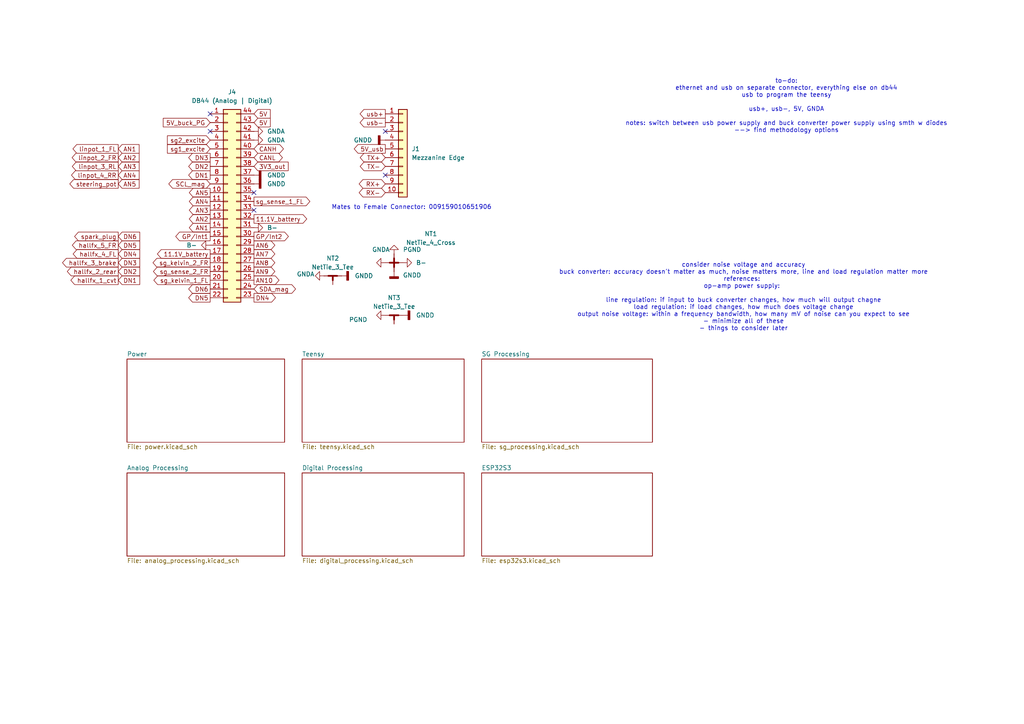
<source format=kicad_sch>
(kicad_sch (version 20250114) (generator "eeschema") (generator_version "9.0")
  (paper "A4")
  (lib_symbols
    (symbol "Connector_Generic:Conn_01x10" (pin_names (offset 1.016) (hide yes))
      (property "Reference" "J" (at 0 12.7 0))
      (property "Value" "Conn_01x10" (at 0 -15.24 0))
      (symbol "Conn_01x10_1_1"
        (rectangle (start -1.27 11.43) (end 1.27 -13.97) (stroke (width 0.254)) (fill (type background)))
        (rectangle (start -1.27 10.287) (end 0 10.033) (stroke (width 0.1524)))
        (rectangle (start -1.27 7.747) (end 0 7.493) (stroke (width 0.1524)))
        (rectangle (start -1.27 5.207) (end 0 4.953) (stroke (width 0.1524)))
        (rectangle (start -1.27 2.667) (end 0 2.413) (stroke (width 0.1524)))
        (rectangle (start -1.27 0.127) (end 0 -0.127) (stroke (width 0.1524)))
        (rectangle (start -1.27 -2.413) (end 0 -2.667) (stroke (width 0.1524)))
        (rectangle (start -1.27 -4.953) (end 0 -5.207) (stroke (width 0.1524)))
        (rectangle (start -1.27 -7.493) (end 0 -7.747) (stroke (width 0.1524)))
        (rectangle (start -1.27 -10.033) (end 0 -10.287) (stroke (width 0.1524)))
        (rectangle (start -1.27 -12.573) (end 0 -12.827) (stroke (width 0.1524)))
        (pin passive line (at -5.08 10.16 0) (length 3.81) (name "Pin_1") (number "1"))
        (pin passive line (at -5.08 7.62 0) (length 3.81) (name "Pin_2") (number "2"))
        (pin passive line (at -5.08 5.08 0) (length 3.81) (name "Pin_3") (number "3"))
        (pin passive line (at -5.08 2.54 0) (length 3.81) (name "Pin_4") (number "4"))
        (pin passive line (at -5.08 0 0) (length 3.81) (name "Pin_5") (number "5"))
        (pin passive line (at -5.08 -2.54 0) (length 3.81) (name "Pin_6") (number "6"))
        (pin passive line (at -5.08 -5.08 0) (length 3.81) (name "Pin_7") (number "7"))
        (pin passive line (at -5.08 -7.62 0) (length 3.81) (name "Pin_8") (number "8"))
        (pin passive line (at -5.08 -10.16 0) (length 3.81) (name "Pin_9") (number "9"))
        (pin passive line (at -5.08 -12.7 0) (length 3.81) (name "Pin_10") (number "10"))
      )
    )
    (symbol "Connector_Generic:Conn_02x22_Counter_Clockwise" (pin_names (offset 1.016) (hide yes))
      (property "Reference" "J" (at 1.27 27.94 0))
      (property "Value" "Conn_02x22_Counter_Clockwise" (at 1.27 -30.48 0))
      (symbol "Conn_02x22_Counter_Clockwise_1_1"
        (rectangle (start -1.27 26.67) (end 3.81 -29.21) (stroke (width 0.254)) (fill (type background)))
        (rectangle (start -1.27 25.527) (end 0 25.273) (stroke (width 0.1524)))
        (rectangle (start -1.27 22.987) (end 0 22.733) (stroke (width 0.1524)))
        (rectangle (start -1.27 20.447) (end 0 20.193) (stroke (width 0.1524)))
        (rectangle (start -1.27 17.907) (end 0 17.653) (stroke (width 0.1524)))
        (rectangle (start -1.27 15.367) (end 0 15.113) (stroke (width 0.1524)))
        (rectangle (start -1.27 12.827) (end 0 12.573) (stroke (width 0.1524)))
        (rectangle (start -1.27 10.287) (end 0 10.033) (stroke (width 0.1524)))
        (rectangle (start -1.27 7.747) (end 0 7.493) (stroke (width 0.1524)))
        (rectangle (start -1.27 5.207) (end 0 4.953) (stroke (width 0.1524)))
        (rectangle (start -1.27 2.667) (end 0 2.413) (stroke (width 0.1524)))
        (rectangle (start -1.27 0.127) (end 0 -0.127) (stroke (width 0.1524)))
        (rectangle (start -1.27 -2.413) (end 0 -2.667) (stroke (width 0.1524)))
        (rectangle (start -1.27 -4.953) (end 0 -5.207) (stroke (width 0.1524)))
        (rectangle (start -1.27 -7.493) (end 0 -7.747) (stroke (width 0.1524)))
        (rectangle (start -1.27 -10.033) (end 0 -10.287) (stroke (width 0.1524)))
        (rectangle (start -1.27 -12.573) (end 0 -12.827) (stroke (width 0.1524)))
        (rectangle (start -1.27 -15.113) (end 0 -15.367) (stroke (width 0.1524)))
        (rectangle (start -1.27 -17.653) (end 0 -17.907) (stroke (width 0.1524)))
        (rectangle (start -1.27 -20.193) (end 0 -20.447) (stroke (width 0.1524)))
        (rectangle (start -1.27 -22.733) (end 0 -22.987) (stroke (width 0.1524)))
        (rectangle (start -1.27 -25.273) (end 0 -25.527) (stroke (width 0.1524)))
        (rectangle (start -1.27 -27.813) (end 0 -28.067) (stroke (width 0.1524)))
        (rectangle (start 3.81 25.527) (end 2.54 25.273) (stroke (width 0.1524)))
        (rectangle (start 3.81 22.987) (end 2.54 22.733) (stroke (width 0.1524)))
        (rectangle (start 3.81 20.447) (end 2.54 20.193) (stroke (width 0.1524)))
        (rectangle (start 3.81 17.907) (end 2.54 17.653) (stroke (width 0.1524)))
        (rectangle (start 3.81 15.367) (end 2.54 15.113) (stroke (width 0.1524)))
        (rectangle (start 3.81 12.827) (end 2.54 12.573) (stroke (width 0.1524)))
        (rectangle (start 3.81 10.287) (end 2.54 10.033) (stroke (width 0.1524)))
        (rectangle (start 3.81 7.747) (end 2.54 7.493) (stroke (width 0.1524)))
        (rectangle (start 3.81 5.207) (end 2.54 4.953) (stroke (width 0.1524)))
        (rectangle (start 3.81 2.667) (end 2.54 2.413) (stroke (width 0.1524)))
        (rectangle (start 3.81 0.127) (end 2.54 -0.127) (stroke (width 0.1524)))
        (rectangle (start 3.81 -2.413) (end 2.54 -2.667) (stroke (width 0.1524)))
        (rectangle (start 3.81 -4.953) (end 2.54 -5.207) (stroke (width 0.1524)))
        (rectangle (start 3.81 -7.493) (end 2.54 -7.747) (stroke (width 0.1524)))
        (rectangle (start 3.81 -10.033) (end 2.54 -10.287) (stroke (width 0.1524)))
        (rectangle (start 3.81 -12.573) (end 2.54 -12.827) (stroke (width 0.1524)))
        (rectangle (start 3.81 -15.113) (end 2.54 -15.367) (stroke (width 0.1524)))
        (rectangle (start 3.81 -17.653) (end 2.54 -17.907) (stroke (width 0.1524)))
        (rectangle (start 3.81 -20.193) (end 2.54 -20.447) (stroke (width 0.1524)))
        (rectangle (start 3.81 -22.733) (end 2.54 -22.987) (stroke (width 0.1524)))
        (rectangle (start 3.81 -25.273) (end 2.54 -25.527) (stroke (width 0.1524)))
        (rectangle (start 3.81 -27.813) (end 2.54 -28.067) (stroke (width 0.1524)))
        (pin passive line (at -5.08 25.4 0) (length 3.81) (name "Pin_1") (number "1"))
        (pin passive line (at -5.08 22.86 0) (length 3.81) (name "Pin_2") (number "2"))
        (pin passive line (at -5.08 20.32 0) (length 3.81) (name "Pin_3") (number "3"))
        (pin passive line (at -5.08 17.78 0) (length 3.81) (name "Pin_4") (number "4"))
        (pin passive line (at -5.08 15.24 0) (length 3.81) (name "Pin_5") (number "5"))
        (pin passive line (at -5.08 12.7 0) (length 3.81) (name "Pin_6") (number "6"))
        (pin passive line (at -5.08 10.16 0) (length 3.81) (name "Pin_7") (number "7"))
        (pin passive line (at -5.08 7.62 0) (length 3.81) (name "Pin_8") (number "8"))
        (pin passive line (at -5.08 5.08 0) (length 3.81) (name "Pin_9") (number "9"))
        (pin passive line (at -5.08 2.54 0) (length 3.81) (name "Pin_10") (number "10"))
        (pin passive line (at -5.08 0 0) (length 3.81) (name "Pin_11") (number "11"))
        (pin passive line (at -5.08 -2.54 0) (length 3.81) (name "Pin_12") (number "12"))
        (pin passive line (at -5.08 -5.08 0) (length 3.81) (name "Pin_13") (number "13"))
        (pin passive line (at -5.08 -7.62 0) (length 3.81) (name "Pin_14") (number "14"))
        (pin passive line (at -5.08 -10.16 0) (length 3.81) (name "Pin_15") (number "15"))
        (pin passive line (at -5.08 -12.7 0) (length 3.81) (name "Pin_16") (number "16"))
        (pin passive line (at -5.08 -15.24 0) (length 3.81) (name "Pin_17") (number "17"))
        (pin passive line (at -5.08 -17.78 0) (length 3.81) (name "Pin_18") (number "18"))
        (pin passive line (at -5.08 -20.32 0) (length 3.81) (name "Pin_19") (number "19"))
        (pin passive line (at -5.08 -22.86 0) (length 3.81) (name "Pin_20") (number "20"))
        (pin passive line (at -5.08 -25.4 0) (length 3.81) (name "Pin_21") (number "21"))
        (pin passive line (at -5.08 -27.94 0) (length 3.81) (name "Pin_22") (number "22"))
        (pin passive line (at 7.62 25.4 180) (length 3.81) (name "Pin_44") (number "44"))
        (pin passive line (at 7.62 22.86 180) (length 3.81) (name "Pin_43") (number "43"))
        (pin passive line (at 7.62 20.32 180) (length 3.81) (name "Pin_42") (number "42"))
        (pin passive line (at 7.62 17.78 180) (length 3.81) (name "Pin_41") (number "41"))
        (pin passive line (at 7.62 15.24 180) (length 3.81) (name "Pin_40") (number "40"))
        (pin passive line (at 7.62 12.7 180) (length 3.81) (name "Pin_39") (number "39"))
        (pin passive line (at 7.62 10.16 180) (length 3.81) (name "Pin_38") (number "38"))
        (pin passive line (at 7.62 7.62 180) (length 3.81) (name "Pin_37") (number "37"))
        (pin passive line (at 7.62 5.08 180) (length 3.81) (name "Pin_36") (number "36"))
        (pin passive line (at 7.62 2.54 180) (length 3.81) (name "Pin_35") (number "35"))
        (pin passive line (at 7.62 0 180) (length 3.81) (name "Pin_34") (number "34"))
        (pin passive line (at 7.62 -2.54 180) (length 3.81) (name "Pin_33") (number "33"))
        (pin passive line (at 7.62 -5.08 180) (length 3.81) (name "Pin_32") (number "32"))
        (pin passive line (at 7.62 -7.62 180) (length 3.81) (name "Pin_31") (number "31"))
        (pin passive line (at 7.62 -10.16 180) (length 3.81) (name "Pin_30") (number "30"))
        (pin passive line (at 7.62 -12.7 180) (length 3.81) (name "Pin_29") (number "29"))
        (pin passive line (at 7.62 -15.24 180) (length 3.81) (name "Pin_28") (number "28"))
        (pin passive line (at 7.62 -17.78 180) (length 3.81) (name "Pin_27") (number "27"))
        (pin passive line (at 7.62 -20.32 180) (length 3.81) (name "Pin_26") (number "26"))
        (pin passive line (at 7.62 -22.86 180) (length 3.81) (name "Pin_25") (number "25"))
        (pin passive line (at 7.62 -25.4 180) (length 3.81) (name "Pin_24") (number "24"))
        (pin passive line (at 7.62 -27.94 180) (length 3.81) (name "Pin_23") (number "23"))
      )
    )
    (symbol "Device:NetTie_3_Tee" (pin_numbers (hide yes)) (pin_names (offset 0) (hide yes)) (in_bom no)
      (property "Reference" "NT" (at 0 3.175 0))
      (property "Value" "NetTie_3_Tee" (at 0 1.27 0))
      (symbol "NetTie_3_Tee_0_1"
        (polyline (pts (xy -1.27 0) (xy 1.27 0)) (stroke (width 0.254)))
        (polyline (pts (xy -1.27 0) (xy 1.27 0)) (stroke (width 0.508)))
        (polyline (pts (xy 0 -1.27) (xy 0 0)) (stroke (width 0.508)))
        (polyline (pts (xy 0 -2.54) (xy 0 -2.54)) (stroke (width 0.254)))
      )
      (symbol "NetTie_3_Tee_1_1"
        (pin passive line (at -2.54 0 0) (length 2.54) (name "1") (number "1"))
        (pin passive line (at 0 -2.54 90) (length 2.54) (name "3") (number "3"))
        (pin passive line (at 2.54 0 180) (length 2.54) (name "2") (number "2"))
      )
    )
    (symbol "Device:NetTie_4_Cross" (pin_numbers (hide yes)) (pin_names (offset 0) (hide yes)) (in_bom no)
      (property "Reference" "NT" (at 0.635 1.27 0))
      (property "Value" "NetTie_4_Cross" (at 0.635 -1.27 0))
      (symbol "NetTie_4_Cross_0_1"
        (polyline (pts (xy -1.27 0) (xy 1.27 0)) (stroke (width 0.508)))
        (polyline (pts (xy 0 -1.27) (xy 0 1.27)) (stroke (width 0.508)))
      )
      (symbol "NetTie_4_Cross_1_1"
        (pin passive line (at -2.54 0 0) (length 2.54) (name "1") (number "1"))
        (pin passive line (at 0 2.54 270) (length 2.54) (name "3") (number "3"))
        (pin passive line (at 0 -2.54 90) (length 2.54) (name "4") (number "4"))
        (pin passive line (at 2.54 0 180) (length 2.54) (name "2") (number "2"))
      )
    )
    (symbol "power:GNDA" (power) (pin_numbers (hide yes)) (pin_names (offset 0) (hide yes))
      (property "Value" "GNDA" (at 0 -3.81 0))
      (symbol "GNDA_0_1"
        (polyline (pts (xy 0 0) (xy 0 -1.27) (xy 1.27 -1.27) (xy 0 -2.54) (xy -1.27 -1.27) (xy 0 -1.27)))
      )
      (symbol "GNDA_1_1"
        (pin power_in line (at 0 0 270) (length 0) (name "~") (number "1"))
      )
    )
    (symbol "power:GNDD" (power) (pin_numbers (hide yes)) (pin_names (offset 0) (hide yes))
      (property "Value" "GNDD" (at 0 -3.175 0))
      (symbol "GNDD_0_1"
        (rectangle (start -1.27 -1.524) (end 1.27 -2.032) (stroke (width 0.254)) (fill (type outline)))
        (polyline (pts (xy 0 0) (xy 0 -1.524)))
      )
      (symbol "GNDD_1_1"
        (pin power_in line (at 0 0 270) (length 0) (name "~") (number "1"))
      )
    )
  )
  (text "consider noise voltage and accuracy\nbuck converter: accuracy doesn't matter as much, noise matters more, line and load regulation matter more\nreferences: \nop-amp power supply: \n\nline regulation: if input to buck converter changes, how much will output chagne\nload regulation: if load changes, how much does voltage change\noutput noise voltage: within a frequency bandwidth, how many mV of noise can you expect to see\n- minimize all of these\n- things to consider later" (at 215.646 76.2 0) (effects (font (size 1.27 1.27)) (justify top)))
  (text "to-do:\nethernet and usb on separate connector, everything else on db44\nusb to program the teensy\n\nusb+, usb-, 5V, GNDA\n\nnotes: switch between usb power supply and buck converter power supply using smth w diodes\n--> find methodology options" (at 228.092 30.734 0) (effects (font (size 1.27 1.27))))
  (text "Mates to Female Connector: 009159010651906" (at 119.38 60.198 0) (effects (font (size 1.27 1.27))))
  (no_connect (at 60.96 33.02))
  (no_connect (at 73.66 60.96))
  (no_connect (at 111.76 38.1))
  (no_connect (at 73.66 55.88))
  (no_connect (at 111.76 50.8))
  (no_connect (at 60.96 38.1))
  (global_label "AN7" (shape output) (at 73.66 73.66 0) (property "Intersheetrefs" "${INTERSHEET_REFS}" (effects (hide yes))))
  (global_label "linpot_1_FL" (shape output) (at 34.29 43.18 180) (property "Intersheetrefs" "${INTERSHEET_REFS}" (effects (hide yes))))
  (global_label "AN2" (shape output) (at 60.96 63.5 180) (property "Intersheetrefs" "${INTERSHEET_REFS}" (effects (hide yes))))
  (global_label "sg_kelvin_1_FL" (shape output) (at 60.96 81.28 180) (property "Intersheetrefs" "${INTERSHEET_REFS}" (effects (hide yes))))
  (global_label "CANH" (shape bidirectional) (at 73.66 43.18 0) (property "Intersheetrefs" "${INTERSHEET_REFS}" (effects (hide yes))))
  (global_label "CANL" (shape bidirectional) (at 73.66 45.72 0) (property "Intersheetrefs" "${INTERSHEET_REFS}" (effects (hide yes))))
  (global_label "GP{slash}Int1" (shape output) (at 60.96 68.58 180) (property "Intersheetrefs" "${INTERSHEET_REFS}" (effects (hide yes))))
  (global_label "3V3_out" (shape input) (at 73.66 48.26 0) (property "Intersheetrefs" "${INTERSHEET_REFS}" (effects (hide yes))))
  (global_label "RX-" (shape bidirectional) (at 111.76 55.88 180) (property "Intersheetrefs" "${INTERSHEET_REFS}" (effects (hide yes))))
  (global_label "hallfx_3_brake" (shape output) (at 34.29 76.2 180) (property "Intersheetrefs" "${INTERSHEET_REFS}" (effects (hide yes))))
  (global_label "sg_sense_2_FR" (shape output) (at 60.96 78.74 180) (property "Intersheetrefs" "${INTERSHEET_REFS}" (effects (hide yes))))
  (global_label "spark_plug" (shape output) (at 34.29 68.58 180) (property "Intersheetrefs" "${INTERSHEET_REFS}" (effects (hide yes))))
  (global_label "AN6" (shape output) (at 73.66 71.12 0) (property "Intersheetrefs" "${INTERSHEET_REFS}" (effects (hide yes))))
  (global_label "DN1" (shape output) (at 60.96 50.8 180) (property "Intersheetrefs" "${INTERSHEET_REFS}" (effects (hide yes))))
  (global_label "DN3" (shape output) (at 60.96 45.72 180) (property "Intersheetrefs" "${INTERSHEET_REFS}" (effects (hide yes))))
  (global_label "RX+" (shape bidirectional) (at 111.76 53.34 180) (property "Intersheetrefs" "${INTERSHEET_REFS}" (effects (hide yes))))
  (global_label "linpot_2_FR" (shape output) (at 34.29 45.72 180) (property "Intersheetrefs" "${INTERSHEET_REFS}" (effects (hide yes))))
  (global_label "SDA_mag" (shape bidirectional) (at 73.66 83.82 0) (property "Intersheetrefs" "${INTERSHEET_REFS}" (effects (hide yes))))
  (global_label "5V_usb" (shape output) (at 111.76 43.18 180) (property "Intersheetrefs" "${INTERSHEET_REFS}" (effects (hide yes))))
  (global_label "AN3" (shape input) (at 34.29 48.26 0) (property "Intersheetrefs" "${INTERSHEET_REFS}" (effects (hide yes))))
  (global_label "DN4" (shape input) (at 34.29 73.66 0) (property "Intersheetrefs" "${INTERSHEET_REFS}" (effects (hide yes))))
  (global_label "AN4" (shape input) (at 34.29 50.8 0) (property "Intersheetrefs" "${INTERSHEET_REFS}" (effects (hide yes))))
  (global_label "11.1V_battery" (shape output) (at 73.66 63.5 0) (property "Intersheetrefs" "${INTERSHEET_REFS}" (effects (hide yes))))
  (global_label "DN4" (shape output) (at 73.66 86.36 0) (property "Intersheetrefs" "${INTERSHEET_REFS}" (effects (hide yes))))
  (global_label "DN5" (shape input) (at 34.29 71.12 0) (property "Intersheetrefs" "${INTERSHEET_REFS}" (effects (hide yes))))
  (global_label "DN3" (shape input) (at 34.29 76.2 0) (property "Intersheetrefs" "${INTERSHEET_REFS}" (effects (hide yes))))
  (global_label "usb+" (shape output) (at 111.76 33.02 180) (property "Intersheetrefs" "${INTERSHEET_REFS}" (effects (hide yes))))
  (global_label "DN5" (shape output) (at 60.96 86.36 180) (property "Intersheetrefs" "${INTERSHEET_REFS}" (effects (hide yes))))
  (global_label "linpot_4_RR" (shape output) (at 34.29 50.8 180) (property "Intersheetrefs" "${INTERSHEET_REFS}" (effects (hide yes))))
  (global_label "AN1" (shape input) (at 34.29 43.18 0) (property "Intersheetrefs" "${INTERSHEET_REFS}" (effects (hide yes))))
  (global_label "TX+" (shape bidirectional) (at 111.76 45.72 180) (property "Intersheetrefs" "${INTERSHEET_REFS}" (effects (hide yes))))
  (global_label "5V_buck_PG" (shape input) (at 60.96 35.56 180) (property "Intersheetrefs" "${INTERSHEET_REFS}" (effects (hide yes))))
  (global_label "hallfx_5_FR" (shape output) (at 34.29 71.12 180) (property "Intersheetrefs" "${INTERSHEET_REFS}" (effects (hide yes))))
  (global_label "steering_pot" (shape output) (at 34.29 53.34 180) (property "Intersheetrefs" "${INTERSHEET_REFS}" (effects (hide yes))))
  (global_label "5V" (shape input) (at 73.66 35.56 0) (property "Intersheetrefs" "${INTERSHEET_REFS}" (effects (hide yes))))
  (global_label "DN6" (shape input) (at 34.29 68.58 0) (property "Intersheetrefs" "${INTERSHEET_REFS}" (effects (hide yes))))
  (global_label "linpot_3_RL" (shape output) (at 34.29 48.26 180) (property "Intersheetrefs" "${INTERSHEET_REFS}" (effects (hide yes))))
  (global_label "AN5" (shape output) (at 60.96 55.88 180) (property "Intersheetrefs" "${INTERSHEET_REFS}" (effects (hide yes))))
  (global_label "hallfx_1_cvt" (shape output) (at 34.29 81.28 180) (property "Intersheetrefs" "${INTERSHEET_REFS}" (effects (hide yes))))
  (global_label "sg1_excite" (shape input) (at 60.96 43.18 180) (property "Intersheetrefs" "${INTERSHEET_REFS}" (effects (hide yes))))
  (global_label "AN10" (shape output) (at 73.66 81.28 0) (property "Intersheetrefs" "${INTERSHEET_REFS}" (effects (hide yes))))
  (global_label "sg_kelvin_2_FR" (shape output) (at 60.96 76.2 180) (property "Intersheetrefs" "${INTERSHEET_REFS}" (effects (hide yes))))
  (global_label "SCL_mag" (shape bidirectional) (at 60.96 53.34 180) (property "Intersheetrefs" "${INTERSHEET_REFS}" (effects (hide yes))))
  (global_label "11.1V_battery" (shape output) (at 60.96 73.66 180) (property "Intersheetrefs" "${INTERSHEET_REFS}" (effects (hide yes))))
  (global_label "sg2_excite" (shape input) (at 60.96 40.64 180) (property "Intersheetrefs" "${INTERSHEET_REFS}" (effects (hide yes))))
  (global_label "AN3" (shape output) (at 60.96 60.96 180) (property "Intersheetrefs" "${INTERSHEET_REFS}" (effects (hide yes))))
  (global_label "TX-" (shape bidirectional) (at 111.76 48.26 180) (property "Intersheetrefs" "${INTERSHEET_REFS}" (effects (hide yes))))
  (global_label "hallfx_2_rear" (shape output) (at 34.29 78.74 180) (property "Intersheetrefs" "${INTERSHEET_REFS}" (effects (hide yes))))
  (global_label "sg_sense_1_FL" (shape output) (at 73.66 58.42 0) (property "Intersheetrefs" "${INTERSHEET_REFS}" (effects (hide yes))))
  (global_label "usb-" (shape output) (at 111.76 35.56 180) (property "Intersheetrefs" "${INTERSHEET_REFS}" (effects (hide yes))))
  (global_label "5V" (shape input) (at 73.66 33.02 0) (property "Intersheetrefs" "${INTERSHEET_REFS}" (effects (hide yes))))
  (global_label "AN5" (shape input) (at 34.29 53.34 0) (property "Intersheetrefs" "${INTERSHEET_REFS}" (effects (hide yes))))
  (global_label "hallfx_4_FL" (shape output) (at 34.29 73.66 180) (property "Intersheetrefs" "${INTERSHEET_REFS}" (effects (hide yes))))
  (global_label "AN1" (shape output) (at 60.96 66.04 180) (property "Intersheetrefs" "${INTERSHEET_REFS}" (effects (hide yes))))
  (global_label "AN4" (shape output) (at 60.96 58.42 180) (property "Intersheetrefs" "${INTERSHEET_REFS}" (effects (hide yes))))
  (global_label "AN2" (shape input) (at 34.29 45.72 0) (property "Intersheetrefs" "${INTERSHEET_REFS}" (effects (hide yes))))
  (global_label "DN2" (shape input) (at 34.29 78.74 0) (property "Intersheetrefs" "${INTERSHEET_REFS}" (effects (hide yes))))
  (global_label "DN1" (shape input) (at 34.29 81.28 0) (property "Intersheetrefs" "${INTERSHEET_REFS}" (effects (hide yes))))
  (global_label "AN8" (shape output) (at 73.66 76.2 0) (property "Intersheetrefs" "${INTERSHEET_REFS}" (effects (hide yes))))
  (global_label "AN9" (shape output) (at 73.66 78.74 0) (property "Intersheetrefs" "${INTERSHEET_REFS}" (effects (hide yes))))
  (global_label "DN2" (shape output) (at 60.96 48.26 180) (property "Intersheetrefs" "${INTERSHEET_REFS}" (effects (hide yes))))
  (global_label "DN6" (shape output) (at 60.96 83.82 180) (property "Intersheetrefs" "${INTERSHEET_REFS}" (effects (hide yes))))
  (global_label "GP{slash}Int2" (shape output) (at 73.66 68.58 0) (property "Intersheetrefs" "${INTERSHEET_REFS}" (effects (hide yes))))
  (symbol (lib_id "power:GNDD") (at 116.84 91.44 90) (unit 1)
    (property "Reference" "#PWR0100" (effects (hide yes)))
    (property "Value" "GNDD" (at 120.65 91.4399 90) (effects (justify right)))
    (property "Description" "Power symbol creates a global label with name \"GNDD\" , digital ground" (effects (hide yes)))
  )
  (symbol (lib_id "Device:NetTie_3_Tee") (at 114.3 91.44 0) (unit 1) (in_bom no)
    (property "Reference" "NT3" (at 114.3 86.36 0))
    (property "Value" "NetTie_3_Tee" (at 114.3 88.9 0))
    (property "Footprint" "NetTie:NetTie-2_SMD_Pad0.5mm" (effects (hide yes)))
    (property "Description" "Net tie, 3 pins, tee" (effects (hide yes)))
  )
  (symbol (lib_id "power:GNDD") (at 73.66 50.8 90) (unit 1)
    (property "Reference" "#PWR059" (effects (hide yes)))
    (property "Value" "GNDD" (at 77.47 50.7999 90) (effects (justify right)))
    (property "Description" "Power symbol creates a global label with name \"GNDD\" , digital ground" (effects (hide yes)))
  )
  (symbol (lib_id "power:GNDA") (at 111.76 91.44 270) (unit 1)
    (property "Reference" "#PWR099" (effects (hide yes)))
    (property "Value" "PGND" (at 103.886 92.71 90))
    (property "Description" "Power symbol creates a global label with name \"GNDA\" , analog ground" (effects (hide yes)))
  )
  (symbol (lib_id "power:GNDA") (at 60.96 71.12 270) (unit 1)
    (property "Reference" "#PWR079" (effects (hide yes)))
    (property "Value" "B-" (at 57.15 71.1199 90) (effects (justify right)))
    (property "Description" "Power symbol creates a global label with name \"GNDA\" , analog ground" (effects (hide yes)))
  )
  (symbol (lib_id "Device:NetTie_4_Cross") (at 114.3 76.2 0) (unit 1) (in_bom no)
    (property "Reference" "NT1" (at 124.968 67.818 0))
    (property "Value" "NetTie_4_Cross" (at 124.968 70.358 0))
    (property "Footprint" "NetTie:NetTie-4_SMD_Pad0.5mm" (effects (hide yes)))
    (property "Description" "Net tie, 4 pins, cross" (effects (hide yes)))
  )
  (symbol (lib_id "Connector_Generic:Conn_02x22_Counter_Clockwise") (at 66.04 58.42 0) (unit 1)
    (property "Reference" "J4" (at 67.31 26.67 0))
    (property "Value" "DB44 (Analog | Digital)" (at 67.31 29.21 0))
    (property "Footprint" "22XT_Main:aaren_mouser_db44_screws" (effects (hide yes)))
    (property "Description" "Generic connector, double row, 02x22, counter clockwise pin numbering scheme (similar to DIP package numbering), script generated (kicad-library-utils/schlib/autogen/connector/)" (effects (hide yes)))
  )
  (symbol (lib_id "power:GNDD") (at 114.3 78.74 0) (unit 1)
    (property "Reference" "#PWR090" (effects (hide yes)))
    (property "Value" "GNDD" (at 116.84 79.8194 0) (effects (justify left)))
    (property "Description" "Power symbol creates a global label with name \"GNDD\" , digital ground" (effects (hide yes)))
  )
  (symbol (lib_id "power:GNDA") (at 73.66 66.04 90) (unit 1)
    (property "Reference" "#PWR072" (effects (hide yes)))
    (property "Value" "B-" (at 77.47 66.0399 90) (effects (justify right)))
    (property "Description" "Power symbol creates a global label with name \"GNDA\" , analog ground" (effects (hide yes)))
  )
  (symbol (lib_id "power:GNDA") (at 73.66 40.64 90) (unit 1)
    (property "Reference" "#PWR053" (effects (hide yes)))
    (property "Value" "GNDA" (at 77.47 40.6399 90) (effects (justify right)))
    (property "Description" "Power symbol creates a global label with name \"GNDA\" , analog ground" (effects (hide yes)))
  )
  (symbol (lib_id "power:GNDA") (at 111.76 76.2 270) (unit 1)
    (property "Reference" "#PWR089" (effects (hide yes)))
    (property "Value" "GNDA" (at 110.49 72.39 90))
    (property "Description" "Power symbol creates a global label with name \"GNDA\" , analog ground" (effects (hide yes)))
  )
  (symbol (lib_id "Connector_Generic:Conn_01x10") (at 116.84 43.18 0) (unit 1)
    (property "Reference" "J1" (at 119.38 43.1799 0) (effects (justify left)))
    (property "Value" "Mezzanine Edge" (at 119.38 45.7199 0) (effects (justify left)))
    (property "Footprint" "22XT_Main:Double Sided Mezzanine Card Edge_Edge Side" (effects (hide yes)))
    (property "Description" "Generic connector, single row, 01x10, script generated (kicad-library-utils/schlib/autogen/connector/)" (effects (hide yes)))
  )
  (symbol (lib_id "power:GNDA") (at 116.84 76.2 90) (unit 1)
    (property "Reference" "#PWR092" (effects (hide yes)))
    (property "Value" "B-" (at 120.65 76.1999 90) (effects (justify right)))
    (property "Description" "Power symbol creates a global label with name \"GNDA\" , analog ground" (effects (hide yes)))
  )
  (symbol (lib_id "power:GNDD") (at 111.76 40.64 270) (unit 1)
    (property "Reference" "#PWR038" (effects (hide yes)))
    (property "Value" "GNDD" (at 107.95 40.6399 90) (effects (justify right)))
    (property "Description" "Power symbol creates a global label with name \"GNDD\" , digital ground" (effects (hide yes)))
  )
  (symbol (lib_id "power:GNDA") (at 93.98 80.01 270) (unit 1)
    (property "Reference" "#PWR094" (effects (hide yes)))
    (property "Value" "GNDA" (at 88.646 79.502 90))
    (property "Description" "Power symbol creates a global label with name \"GNDA\" , analog ground" (effects (hide yes)))
  )
  (symbol (lib_id "power:GNDD") (at 73.66 53.34 90) (unit 1)
    (property "Reference" "#PWR01" (effects (hide yes)))
    (property "Value" "GNDD" (at 77.47 53.3399 90) (effects (justify right)))
    (property "Description" "Power symbol creates a global label with name \"GNDD\" , digital ground" (effects (hide yes)))
  )
  (symbol (lib_id "power:GNDD") (at 99.06 80.01 90) (unit 1)
    (property "Reference" "#PWR095" (effects (hide yes)))
    (property "Value" "GNDD" (at 102.87 80.0099 90) (effects (justify right)))
    (property "Description" "Power symbol creates a global label with name \"GNDD\" , digital ground" (effects (hide yes)))
  )
  (symbol (lib_id "power:GNDA") (at 114.3 73.66 180) (unit 1)
    (property "Reference" "#PWR091" (effects (hide yes)))
    (property "Value" "PGND" (at 116.84 72.3899 0) (effects (justify right)))
    (property "Description" "Power symbol creates a global label with name \"GNDA\" , analog ground" (effects (hide yes)))
  )
  (symbol (lib_id "Device:NetTie_3_Tee") (at 96.52 80.01 0) (unit 1) (in_bom no)
    (property "Reference" "NT2" (at 96.52 74.93 0))
    (property "Value" "NetTie_3_Tee" (at 96.52 77.47 0))
    (property "Footprint" "NetTie:NetTie-2_SMD_Pad0.5mm" (effects (hide yes)))
    (property "Description" "Net tie, 3 pins, tee" (effects (hide yes)))
  )
  (symbol (lib_id "power:GNDA") (at 73.66 38.1 90) (unit 1)
    (property "Reference" "#PWR052" (effects (hide yes)))
    (property "Value" "GNDA" (at 77.47 38.0999 90) (effects (justify right)))
    (property "Description" "Power symbol creates a global label with name \"GNDA\" , analog ground" (effects (hide yes)))
  )
  (sheet (at 87.63 137.16) (size 46.99 24.13) (stroke (width 0.1524))
    (property "Sheetname" "Digital Processing" (at 87.63 136.4484 0) (effects (justify left bottom)))
    (property "Sheetfile" "digital_processing.kicad_sch" (at 87.63 161.8746 0) (effects (justify left top)))
  )
  (sheet (at 139.7 104.14) (size 49.53 24.13) (stroke (width 0.1524))
    (property "Sheetname" "SG Processing" (at 139.7 103.4284 0) (effects (justify left bottom)))
    (property "Sheetfile" "sg_processing.kicad_sch" (at 139.7 128.8546 0) (effects (justify left top)))
  )
  (sheet (at 36.83 137.16) (size 45.72 24.13) (stroke (width 0.1524))
    (property "Sheetname" "Analog Processing" (at 36.83 136.4484 0) (effects (justify left bottom)))
    (property "Sheetfile" "analog_processing.kicad_sch" (at 36.83 161.8746 0) (effects (justify left top)))
  )
  (sheet (at 36.83 104.14) (size 45.72 24.13) (stroke (width 0.1524))
    (property "Sheetname" "Power" (at 36.83 103.4284 0) (effects (justify left bottom)))
    (property "Sheetfile" "power.kicad_sch" (at 36.83 128.8546 0) (effects (justify left top)))
  )
  (sheet (at 139.7 137.16) (size 49.53 24.13) (stroke (width 0.1524))
    (property "Sheetname" "ESP32S3" (at 139.7 136.4484 0) (effects (justify left bottom)))
    (property "Sheetfile" "esp32s3.kicad_sch" (at 139.7 161.8746 0) (effects (justify left top)))
  )
  (sheet (at 87.63 104.14) (size 46.99 24.13) (stroke (width 0.1524))
    (property "Sheetname" "Teensy" (at 87.63 103.4284 0) (effects (justify left bottom)))
    (property "Sheetfile" "teensy.kicad_sch" (at 87.63 128.8546 0) (effects (justify left top)))
  )
)
</source>
